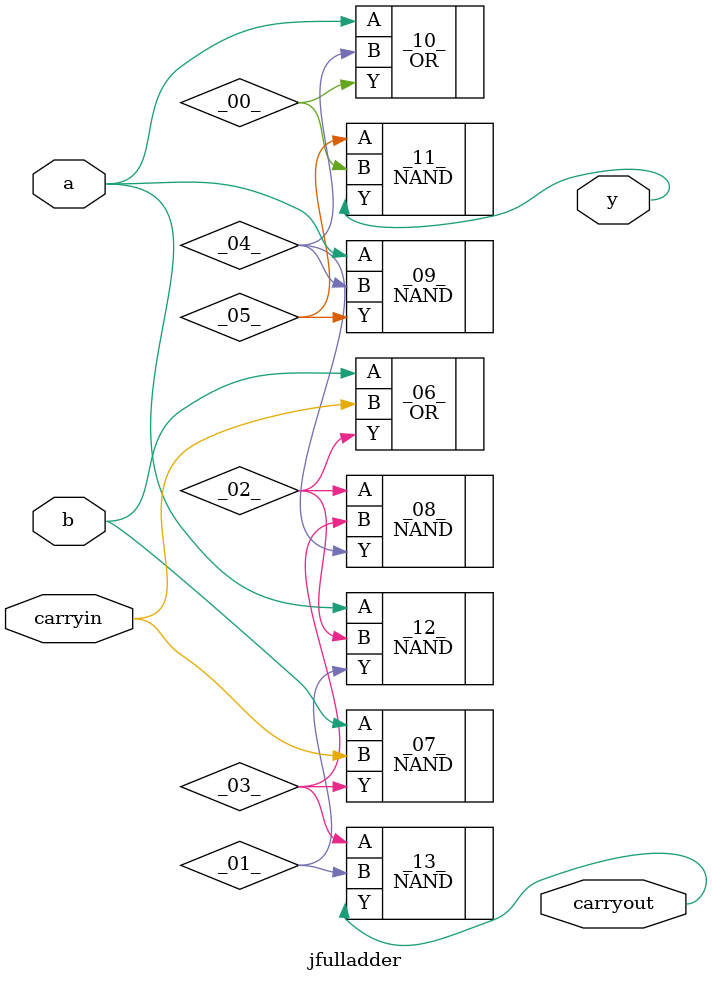
<source format=v>
/* Generated by Yosys 0.44 (git sha1 80ba43d26, clang++ 15.0.0 -fPIC -O3) */

(* hdlname = "jfulladder" *)
(* top =  1  *)
(* src = "test2.v:1.1-8.10" *)
module jfulladder(y, carryout, a, b, carryin);
  wire _00_;
  wire _01_;
  wire _02_;
  wire _03_;
  wire _04_;
  wire _05_;
  (* src = "test2.v:3.9-3.10" *)
  input a;
  wire a;
  (* src = "test2.v:3.11-3.12" *)
  input b;
  wire b;
  (* src = "test2.v:3.13-3.20" *)
  input carryin;
  wire carryin;
  (* src = "test2.v:2.12-2.20" *)
  output carryout;
  wire carryout;
  (* src = "test2.v:2.10-2.11" *)
  output y;
  wire y;
  OR _06_ (
    .A(b),
    .B(carryin),
    .Y(_02_)
  );
  NAND _07_ (
    .A(b),
    .B(carryin),
    .Y(_03_)
  );
  NAND _08_ (
    .A(_02_),
    .B(_03_),
    .Y(_04_)
  );
  NAND _09_ (
    .A(a),
    .B(_04_),
    .Y(_05_)
  );
  OR _10_ (
    .A(a),
    .B(_04_),
    .Y(_00_)
  );
  NAND _11_ (
    .A(_05_),
    .B(_00_),
    .Y(y)
  );
  NAND _12_ (
    .A(a),
    .B(_02_),
    .Y(_01_)
  );
  NAND _13_ (
    .A(_03_),
    .B(_01_),
    .Y(carryout)
  );
endmodule

</source>
